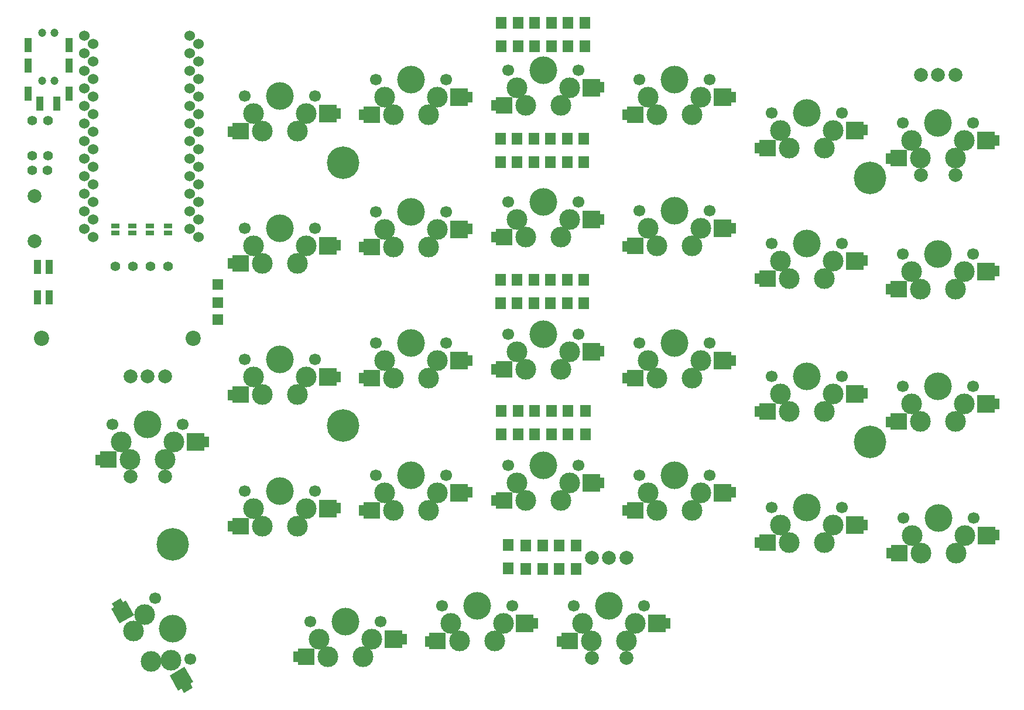
<source format=gbr>
G04 #@! TF.GenerationSoftware,KiCad,Pcbnew,5.1.9*
G04 #@! TF.CreationDate,2021-01-24T14:33:22-08:00*
G04 #@! TF.ProjectId,Lily58_prot_MX,4c696c79-3538-45f7-9072-6f745f4d582e,rev?*
G04 #@! TF.SameCoordinates,Original*
G04 #@! TF.FileFunction,Soldermask,Bot*
G04 #@! TF.FilePolarity,Negative*
%FSLAX46Y46*%
G04 Gerber Fmt 4.6, Leading zero omitted, Abs format (unit mm)*
G04 Created by KiCad (PCBNEW 5.1.9) date 2021-01-24 14:33:22*
%MOMM*%
%LPD*%
G01*
G04 APERTURE LIST*
%ADD10R,2.400000X2.400000*%
%ADD11C,3.000000*%
%ADD12C,1.700000*%
%ADD13C,4.000000*%
%ADD14R,2.500000X2.500000*%
%ADD15C,0.100000*%
%ADD16R,0.700000X1.500000*%
%ADD17R,1.500000X1.800000*%
%ADD18C,1.524000*%
%ADD19R,1.000000X2.000000*%
%ADD20C,0.100000*%
%ADD21R,1.524000X1.524000*%
%ADD22C,1.200000*%
%ADD23R,1.000000X2.100000*%
%ADD24C,1.397000*%
%ADD25R,1.143000X0.635000*%
%ADD26C,2.000000*%
%ADD27C,2.200000*%
%ADD28C,4.700400*%
G04 APERTURE END LIST*
D10*
X152900000Y-70380000D03*
D11*
X162410000Y-67840001D03*
D12*
X163680000Y-65300000D03*
X153520000Y-65300000D03*
D13*
X158600000Y-65300000D03*
D11*
X156060000Y-70380000D03*
D14*
X165500000Y-67840000D03*
D15*
X162425000Y-67880000D03*
X154775000Y-67880000D03*
D11*
X161140000Y-70380000D03*
X154790000Y-67840000D03*
X154790000Y-67840000D03*
D16*
X151400000Y-70400000D03*
X167100000Y-67800000D03*
D10*
X114800000Y-74180000D03*
D11*
X124310000Y-71640001D03*
D12*
X125580000Y-69100000D03*
X115420000Y-69100000D03*
D13*
X120500000Y-69100000D03*
D11*
X117960000Y-74180000D03*
D14*
X127400000Y-71640000D03*
D15*
X124325000Y-71680000D03*
X116675000Y-71680000D03*
D11*
X123040000Y-74180000D03*
X116690000Y-71640000D03*
X116690000Y-71640000D03*
D16*
X113300000Y-74200000D03*
X129000000Y-71600000D03*
X148000000Y-50100000D03*
X132300000Y-52700000D03*
D11*
X135690000Y-50140000D03*
X135690000Y-50140000D03*
X142040000Y-52680000D03*
D15*
X135675000Y-50180000D03*
X143325000Y-50180000D03*
D14*
X146400000Y-50140000D03*
D11*
X136960000Y-52680000D03*
D13*
X139500000Y-47600000D03*
D12*
X134420000Y-47600000D03*
X144580000Y-47600000D03*
D11*
X143310000Y-50140001D03*
D10*
X133800000Y-52680000D03*
X171900000Y-52680000D03*
D11*
X181410000Y-50140001D03*
D12*
X182680000Y-47600000D03*
X172520000Y-47600000D03*
D13*
X177600000Y-47600000D03*
D11*
X175060000Y-52680000D03*
D14*
X184500000Y-50140000D03*
D15*
X181425000Y-50180000D03*
X173775000Y-50180000D03*
D11*
X180140000Y-52680000D03*
X173790000Y-50140000D03*
X173790000Y-50140000D03*
D16*
X170400000Y-52700000D03*
X186100000Y-50100000D03*
D10*
X114800000Y-55080000D03*
D11*
X124310000Y-52540001D03*
D12*
X125580000Y-50000000D03*
X115420000Y-50000000D03*
D13*
X120500000Y-50000000D03*
D11*
X117960000Y-55080000D03*
D14*
X127400000Y-52540000D03*
D15*
X124325000Y-52580000D03*
X116675000Y-52580000D03*
D11*
X123040000Y-55080000D03*
X116690000Y-52540000D03*
X116690000Y-52540000D03*
D16*
X113300000Y-55100000D03*
X129000000Y-52500000D03*
X224250000Y-113500000D03*
X208550000Y-116100000D03*
D11*
X211940000Y-113540000D03*
X211940000Y-113540000D03*
X218290000Y-116080000D03*
D15*
X211925000Y-113580000D03*
X219575000Y-113580000D03*
D14*
X222650000Y-113540000D03*
D11*
X213210000Y-116080000D03*
D13*
X215750000Y-111000000D03*
D12*
X210670000Y-111000000D03*
X220830000Y-111000000D03*
D11*
X219560000Y-113540001D03*
D10*
X210050000Y-116080000D03*
X133800000Y-109880000D03*
D11*
X143310000Y-107340001D03*
D12*
X144580000Y-104800000D03*
X134420000Y-104800000D03*
D13*
X139500000Y-104800000D03*
D11*
X136960000Y-109880000D03*
D14*
X146400000Y-107340000D03*
D15*
X143325000Y-107380000D03*
X135675000Y-107380000D03*
D11*
X142040000Y-109880000D03*
X135690000Y-107340000D03*
X135690000Y-107340000D03*
D16*
X132300000Y-109900000D03*
X148000000Y-107300000D03*
X129000000Y-109600000D03*
X113300000Y-112200000D03*
D11*
X116690000Y-109640000D03*
X116690000Y-109640000D03*
X123040000Y-112180000D03*
D15*
X116675000Y-109680000D03*
X124325000Y-109680000D03*
D14*
X127400000Y-109640000D03*
D11*
X117960000Y-112180000D03*
D13*
X120500000Y-107100000D03*
D12*
X115420000Y-107100000D03*
X125580000Y-107100000D03*
D11*
X124310000Y-109640001D03*
D10*
X114800000Y-112180000D03*
D17*
X152400000Y-79981000D03*
X152400000Y-76581000D03*
X154813000Y-76581000D03*
X154813000Y-79981000D03*
X157226000Y-79981000D03*
X157226000Y-76581000D03*
X159639000Y-76581000D03*
X159639000Y-79981000D03*
X162052000Y-79981000D03*
X162052000Y-76581000D03*
X164465000Y-76581000D03*
X164465000Y-79981000D03*
X152527000Y-98904000D03*
X152527000Y-95504000D03*
X154940000Y-95504000D03*
X154940000Y-98904000D03*
X157353000Y-98904000D03*
X157353000Y-95504000D03*
X159766000Y-95504000D03*
X159766000Y-98904000D03*
X162179000Y-98904000D03*
X162179000Y-95504000D03*
X164719000Y-95504000D03*
X164719000Y-98904000D03*
D10*
X171900000Y-109880000D03*
D11*
X181410000Y-107340001D03*
D12*
X182680000Y-104800000D03*
X172520000Y-104800000D03*
D13*
X177600000Y-104800000D03*
D11*
X175060000Y-109880000D03*
D14*
X184500000Y-107340000D03*
D15*
X181425000Y-107380000D03*
X173775000Y-107380000D03*
D11*
X180140000Y-109880000D03*
X173790000Y-107340000D03*
X173790000Y-107340000D03*
D16*
X170400000Y-109900000D03*
X186100000Y-107300000D03*
D17*
X152400000Y-56163000D03*
X152400000Y-59563000D03*
X154813000Y-59563000D03*
X154813000Y-56163000D03*
X157226000Y-56163000D03*
X157226000Y-59563000D03*
X159639000Y-59563000D03*
X159639000Y-56163000D03*
X162052000Y-56163000D03*
X162052000Y-59563000D03*
X164465000Y-59563000D03*
X164465000Y-56163000D03*
D16*
X224200000Y-75300000D03*
X208500000Y-77900000D03*
D11*
X211890000Y-75340000D03*
X211890000Y-75340000D03*
X218240000Y-77880000D03*
D15*
X211875000Y-75380000D03*
X219525000Y-75380000D03*
D14*
X222600000Y-75340000D03*
D11*
X213160000Y-77880000D03*
D13*
X215700000Y-72800000D03*
D12*
X210620000Y-72800000D03*
X220780000Y-72800000D03*
D11*
X219510000Y-75340001D03*
D10*
X210000000Y-77880000D03*
D16*
X186100000Y-69100000D03*
X170400000Y-71700000D03*
D11*
X173790000Y-69140000D03*
X173790000Y-69140000D03*
X180140000Y-71680000D03*
D15*
X173775000Y-69180000D03*
X181425000Y-69180000D03*
D14*
X184500000Y-69140000D03*
D11*
X175060000Y-71680000D03*
D13*
X177600000Y-66600000D03*
D12*
X172520000Y-66600000D03*
X182680000Y-66600000D03*
D11*
X181410000Y-69140001D03*
D10*
X171900000Y-71680000D03*
D16*
X205200000Y-54900000D03*
X189500000Y-57500000D03*
D11*
X192890000Y-54940000D03*
X192890000Y-54940000D03*
X199240000Y-57480000D03*
D15*
X192875000Y-54980000D03*
X200525000Y-54980000D03*
D14*
X203600000Y-54940000D03*
D11*
X194160000Y-57480000D03*
D13*
X196700000Y-52400000D03*
D12*
X191620000Y-52400000D03*
X201780000Y-52400000D03*
D11*
X200510000Y-54940001D03*
D10*
X191000000Y-57480000D03*
D18*
X107420000Y-41230000D03*
X107420000Y-43770000D03*
X107420000Y-46310000D03*
X107420000Y-48850000D03*
X107420000Y-51390000D03*
X107420000Y-53930000D03*
X107420000Y-56470000D03*
X107420000Y-59010000D03*
X107420000Y-61550000D03*
X107420000Y-64090000D03*
X107420000Y-66630000D03*
X107420000Y-69170000D03*
X92180000Y-69170000D03*
X92180000Y-66630000D03*
X92180000Y-64090000D03*
X92180000Y-61550000D03*
X92180000Y-59010000D03*
X92180000Y-56470000D03*
X92180000Y-53930000D03*
X92180000Y-51390000D03*
X92180000Y-48850000D03*
X92180000Y-46310000D03*
X92180000Y-43770000D03*
X92180000Y-41230000D03*
X108718815Y-52585745D03*
X108718815Y-57665745D03*
X93478815Y-42425745D03*
X108718815Y-44965745D03*
X108718815Y-67825745D03*
X93478815Y-70365745D03*
X108718815Y-60205745D03*
X108718815Y-62745745D03*
X93478815Y-60205745D03*
X93478815Y-65285745D03*
X93478815Y-52585745D03*
X93478815Y-50045745D03*
X93478815Y-44965745D03*
X93478815Y-55125745D03*
X108718815Y-70365745D03*
X93478815Y-62745745D03*
X108718815Y-42425745D03*
X108718815Y-47505745D03*
X93478815Y-67825745D03*
X108718815Y-50045745D03*
X108718815Y-55125745D03*
X93478815Y-57665745D03*
X108718815Y-65285745D03*
X93478815Y-47505745D03*
D17*
X152527000Y-39399000D03*
X152527000Y-42799000D03*
X154940000Y-42799000D03*
X154940000Y-39399000D03*
X159766000Y-42799000D03*
X159766000Y-39399000D03*
X162179000Y-39399000D03*
X162179000Y-42799000D03*
X164592000Y-42799000D03*
X164592000Y-39399000D03*
X157353000Y-39399000D03*
X157353000Y-42799000D03*
D16*
X167100000Y-48710000D03*
X151400000Y-51310000D03*
D11*
X154790000Y-48750000D03*
X154790000Y-48750000D03*
X161140000Y-51290000D03*
D15*
X154775000Y-48790000D03*
X162425000Y-48790000D03*
D14*
X165500000Y-48750000D03*
D11*
X156060000Y-51290000D03*
D13*
X158600000Y-46210000D03*
D12*
X153520000Y-46210000D03*
X163680000Y-46210000D03*
D11*
X162410000Y-48750001D03*
D10*
X152900000Y-51290000D03*
D19*
X87158800Y-74698500D03*
X85408800Y-74698500D03*
X85408800Y-79098500D03*
X87158800Y-79098500D03*
D16*
X176600000Y-126250000D03*
X160900000Y-128850000D03*
D11*
X164290000Y-126290000D03*
X164290000Y-126290000D03*
X170640000Y-128830000D03*
D15*
X164275000Y-126330000D03*
X171925000Y-126330000D03*
D14*
X175000000Y-126290000D03*
D11*
X165560000Y-128830000D03*
D13*
X168100000Y-123750000D03*
D12*
X163020000Y-123750000D03*
X173180000Y-123750000D03*
D11*
X171910000Y-126290001D03*
D10*
X162400000Y-128830000D03*
D16*
X109900000Y-100000000D03*
X94200000Y-102600000D03*
D11*
X97590000Y-100040000D03*
X97590000Y-100040000D03*
X103940000Y-102580000D03*
D15*
X97575000Y-100080000D03*
X105225000Y-100080000D03*
D14*
X108300000Y-100040000D03*
D11*
X98860000Y-102580000D03*
D13*
X101400000Y-97500000D03*
D12*
X96320000Y-97500000D03*
X106480000Y-97500000D03*
D11*
X105210000Y-100040001D03*
D10*
X95700000Y-102580000D03*
D16*
X224200000Y-56400000D03*
X208500000Y-59000000D03*
D11*
X211890000Y-56440000D03*
X211890000Y-56440000D03*
X218240000Y-58980000D03*
D15*
X211875000Y-56480000D03*
X219525000Y-56480000D03*
D14*
X222600000Y-56440000D03*
D11*
X213160000Y-58980000D03*
D13*
X215700000Y-53900000D03*
D12*
X210620000Y-53900000D03*
X220780000Y-53900000D03*
D11*
X219510000Y-56440001D03*
D10*
X210000000Y-58980000D03*
X114800000Y-93180000D03*
D11*
X124310000Y-90640001D03*
D12*
X125580000Y-88100000D03*
X115420000Y-88100000D03*
D13*
X120500000Y-88100000D03*
D11*
X117960000Y-93180000D03*
D14*
X127400000Y-90640000D03*
D15*
X124325000Y-90680000D03*
X116675000Y-90680000D03*
D11*
X123040000Y-93180000D03*
X116690000Y-90640000D03*
X116690000Y-90640000D03*
D16*
X113300000Y-93200000D03*
X129000000Y-90600000D03*
X148000000Y-69200000D03*
X132300000Y-71800000D03*
D11*
X135690000Y-69240000D03*
X135690000Y-69240000D03*
X142040000Y-71780000D03*
D15*
X135675000Y-69280000D03*
X143325000Y-69280000D03*
D14*
X146400000Y-69240000D03*
D11*
X136960000Y-71780000D03*
D13*
X139500000Y-66700000D03*
D12*
X134420000Y-66700000D03*
X144580000Y-66700000D03*
D11*
X143310000Y-69240001D03*
D10*
X133800000Y-71780000D03*
X191000000Y-76380000D03*
D11*
X200510000Y-73840001D03*
D12*
X201780000Y-71300000D03*
X191620000Y-71300000D03*
D13*
X196700000Y-71300000D03*
D11*
X194160000Y-76380000D03*
D14*
X203600000Y-73840000D03*
D15*
X200525000Y-73880000D03*
X192875000Y-73880000D03*
D11*
X199240000Y-76380000D03*
X192890000Y-73840000D03*
X192890000Y-73840000D03*
D16*
X189500000Y-76400000D03*
X205200000Y-73800000D03*
D20*
G36*
X107909455Y-135539325D02*
G01*
X106610417Y-136289325D01*
X106260417Y-135683107D01*
X107559455Y-134933107D01*
X107909455Y-135539325D01*
G37*
G36*
X97807789Y-123242726D02*
G01*
X96508751Y-123992726D01*
X96158751Y-123386508D01*
X97457789Y-122636508D01*
X97807789Y-123242726D01*
G37*
D11*
X100895295Y-124970443D03*
X100895295Y-124970443D03*
X101870591Y-131739705D03*
D15*
X100853154Y-124977453D03*
X104678154Y-131602547D03*
D20*
G36*
X104542763Y-133788043D02*
G01*
X106707827Y-132538043D01*
X107957827Y-134703107D01*
X105792763Y-135953107D01*
X104542763Y-133788043D01*
G37*
D11*
X99330591Y-127340295D03*
D13*
X105000000Y-127000000D03*
D12*
X102460000Y-122600591D03*
X107540000Y-131399409D03*
D11*
X104705295Y-131569557D03*
D20*
G36*
X96111361Y-124164425D02*
G01*
X98189821Y-122964425D01*
X99389821Y-125042885D01*
X97311361Y-126242885D01*
X96111361Y-124164425D01*
G37*
D10*
X124300000Y-131080000D03*
D11*
X133810000Y-128540001D03*
D12*
X135080000Y-126000000D03*
X124920000Y-126000000D03*
D13*
X130000000Y-126000000D03*
D11*
X127460000Y-131080000D03*
D14*
X136900000Y-128540000D03*
D15*
X133825000Y-128580000D03*
X126175000Y-128580000D03*
D11*
X132540000Y-131080000D03*
X126190000Y-128540000D03*
X126190000Y-128540000D03*
D16*
X122800000Y-131100000D03*
X138500000Y-128500000D03*
D10*
X171900000Y-90780000D03*
D11*
X181410000Y-88240001D03*
D12*
X182680000Y-85700000D03*
X172520000Y-85700000D03*
D13*
X177600000Y-85700000D03*
D11*
X175060000Y-90780000D03*
D14*
X184500000Y-88240000D03*
D15*
X181425000Y-88280000D03*
X173775000Y-88280000D03*
D11*
X180140000Y-90780000D03*
X173790000Y-88240000D03*
X173790000Y-88240000D03*
D16*
X170400000Y-90800000D03*
X186100000Y-88200000D03*
X167100000Y-86900000D03*
X151400000Y-89500000D03*
D11*
X154790000Y-86940000D03*
X154790000Y-86940000D03*
X161140000Y-89480000D03*
D15*
X154775000Y-86980000D03*
X162425000Y-86980000D03*
D14*
X165500000Y-86940000D03*
D11*
X156060000Y-89480000D03*
D13*
X158600000Y-84400000D03*
D12*
X153520000Y-84400000D03*
X163680000Y-84400000D03*
D11*
X162410000Y-86940001D03*
D10*
X152900000Y-89480000D03*
D16*
X205200000Y-93000000D03*
X189500000Y-95600000D03*
D11*
X192890000Y-93040000D03*
X192890000Y-93040000D03*
X199240000Y-95580000D03*
D15*
X192875000Y-93080000D03*
X200525000Y-93080000D03*
D14*
X203600000Y-93040000D03*
D11*
X194160000Y-95580000D03*
D13*
X196700000Y-90500000D03*
D12*
X191620000Y-90500000D03*
X201780000Y-90500000D03*
D11*
X200510000Y-93040001D03*
D10*
X191000000Y-95580000D03*
X210000000Y-97080000D03*
D11*
X219510000Y-94540001D03*
D12*
X220780000Y-92000000D03*
X210620000Y-92000000D03*
D13*
X215700000Y-92000000D03*
D11*
X213160000Y-97080000D03*
D14*
X222600000Y-94540000D03*
D15*
X219525000Y-94580000D03*
X211875000Y-94580000D03*
D11*
X218240000Y-97080000D03*
X211890000Y-94540000D03*
X211890000Y-94540000D03*
D16*
X208500000Y-97100000D03*
X224200000Y-94500000D03*
D21*
X111506000Y-77216000D03*
X111506000Y-79816000D03*
X111506000Y-82316000D03*
D22*
X86150000Y-47800000D03*
X86150000Y-40800000D03*
D23*
X84050000Y-49600000D03*
X88250000Y-51100000D03*
X84050000Y-42600000D03*
X84050000Y-45600000D03*
D22*
X87900000Y-40800000D03*
X87900000Y-47800000D03*
D23*
X90000000Y-42600000D03*
X90000000Y-45600000D03*
X90000000Y-49600000D03*
X85800000Y-51100000D03*
D24*
X96700000Y-74600000D03*
X99240000Y-74600000D03*
X101780000Y-74600000D03*
X104320000Y-74600000D03*
D25*
X104300000Y-69800380D03*
X104300000Y-68799620D03*
X101700000Y-69800380D03*
X101700000Y-68799620D03*
X99200000Y-69800380D03*
X99200000Y-68799620D03*
X96700000Y-69800380D03*
X96700000Y-68799620D03*
D24*
X84700000Y-60700000D03*
X86900000Y-60700000D03*
X84688035Y-58579272D03*
X84688035Y-53499272D03*
X86938035Y-53499272D03*
X86938035Y-58579272D03*
D26*
X85000000Y-70950000D03*
X85000000Y-64450000D03*
D10*
X133800000Y-90780000D03*
D11*
X143310000Y-88240001D03*
D12*
X144580000Y-85700000D03*
X134420000Y-85700000D03*
D13*
X139500000Y-85700000D03*
D11*
X136960000Y-90780000D03*
D14*
X146400000Y-88240000D03*
D15*
X143325000Y-88280000D03*
X135675000Y-88280000D03*
D11*
X142040000Y-90780000D03*
X135690000Y-88240000D03*
X135690000Y-88240000D03*
D16*
X132300000Y-90800000D03*
X148000000Y-88200000D03*
X167100000Y-105900000D03*
X151400000Y-108500000D03*
D11*
X154790000Y-105940000D03*
X154790000Y-105940000D03*
X161140000Y-108480000D03*
D15*
X154775000Y-105980000D03*
X162425000Y-105980000D03*
D14*
X165500000Y-105940000D03*
D11*
X156060000Y-108480000D03*
D13*
X158600000Y-103400000D03*
D12*
X153520000Y-103400000D03*
X163680000Y-103400000D03*
D11*
X162410000Y-105940001D03*
D10*
X152900000Y-108480000D03*
D16*
X205200000Y-112000000D03*
X189500000Y-114600000D03*
D11*
X192890000Y-112040000D03*
X192890000Y-112040000D03*
X199240000Y-114580000D03*
D15*
X192875000Y-112080000D03*
X200525000Y-112080000D03*
D14*
X203600000Y-112040000D03*
D11*
X194160000Y-114580000D03*
D13*
X196700000Y-109500000D03*
D12*
X191620000Y-109500000D03*
X201780000Y-109500000D03*
D11*
X200510000Y-112040001D03*
D10*
X191000000Y-114580000D03*
D16*
X157500000Y-126250000D03*
X141800000Y-128850000D03*
D11*
X145190000Y-126290000D03*
X145190000Y-126290000D03*
X151540000Y-128830000D03*
D15*
X145175000Y-126330000D03*
X152825000Y-126330000D03*
D14*
X155900000Y-126290000D03*
D11*
X146460000Y-128830000D03*
D13*
X149000000Y-123750000D03*
D12*
X143920000Y-123750000D03*
X154080000Y-123750000D03*
D11*
X152810000Y-126290001D03*
D10*
X143300000Y-128830000D03*
D27*
X86000000Y-85000000D03*
X108000000Y-85000000D03*
D28*
X129600000Y-59600000D03*
X205800000Y-61800000D03*
X129600000Y-97600000D03*
X205800000Y-100000000D03*
X105000000Y-114800000D03*
D26*
X103900000Y-90500000D03*
X101400000Y-90500000D03*
X98900000Y-90500000D03*
X103900000Y-105000000D03*
X98900000Y-105000000D03*
D17*
X153543000Y-114935000D03*
X153543000Y-118335000D03*
X156083000Y-118364000D03*
X156083000Y-114964000D03*
X158496000Y-114964000D03*
X158496000Y-118364000D03*
X160909000Y-118364000D03*
X160909000Y-114964000D03*
X163322000Y-118364000D03*
X163322000Y-114964000D03*
D26*
X170600000Y-116750000D03*
X168100000Y-116750000D03*
X165600000Y-116750000D03*
X170600000Y-131250000D03*
X165600000Y-131250000D03*
X218200000Y-46900000D03*
X215700000Y-46900000D03*
X213200000Y-46900000D03*
X218200000Y-61400000D03*
X213200000Y-61400000D03*
M02*

</source>
